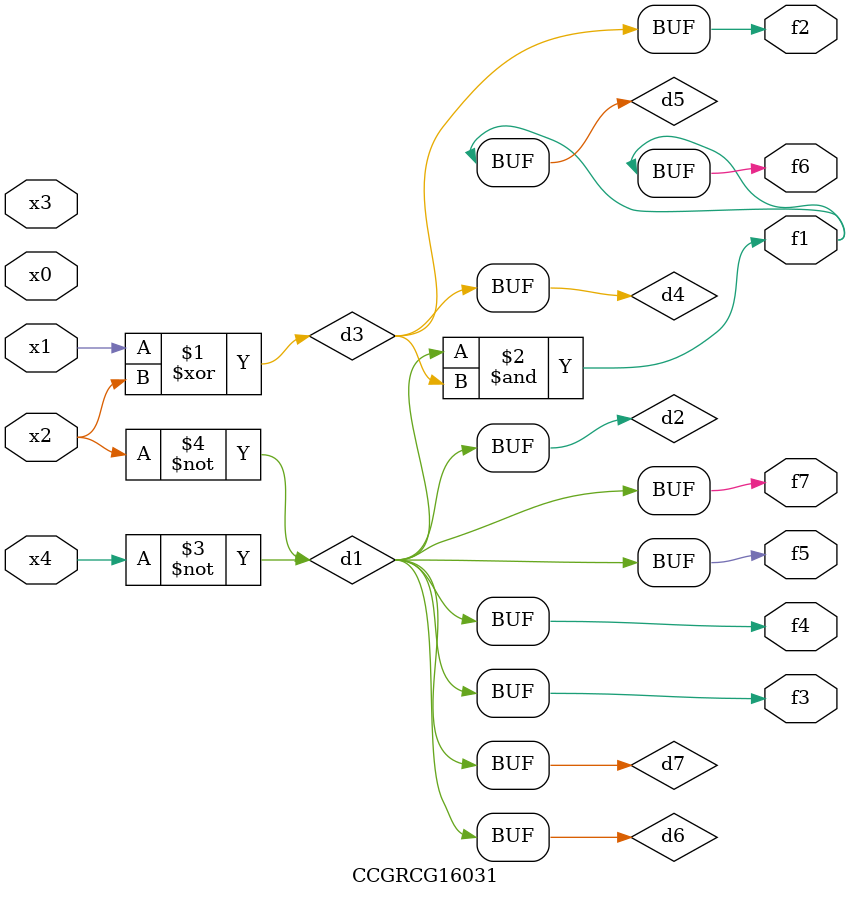
<source format=v>
module CCGRCG16031(
	input x0, x1, x2, x3, x4,
	output f1, f2, f3, f4, f5, f6, f7
);

	wire d1, d2, d3, d4, d5, d6, d7;

	not (d1, x4);
	not (d2, x2);
	xor (d3, x1, x2);
	buf (d4, d3);
	and (d5, d1, d3);
	buf (d6, d1, d2);
	buf (d7, d2);
	assign f1 = d5;
	assign f2 = d4;
	assign f3 = d7;
	assign f4 = d7;
	assign f5 = d7;
	assign f6 = d5;
	assign f7 = d7;
endmodule

</source>
